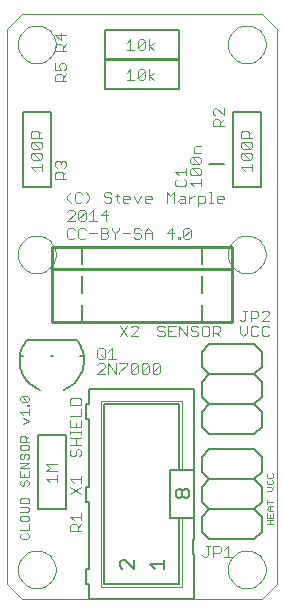
<source format=gto>
G75*
G70*
%OFA0B0*%
%FSLAX24Y24*%
%IPPOS*%
%LPD*%
%AMOC8*
5,1,8,0,0,1.08239X$1,22.5*
%
%ADD10C,0.0000*%
%ADD11C,0.0040*%
%ADD12C,0.0060*%
%ADD13C,0.0020*%
%ADD14C,0.0050*%
%ADD15C,0.0080*%
%ADD16C,0.0100*%
D10*
X001675Y001175D02*
X001175Y001675D01*
X001175Y020175D01*
X001675Y020675D01*
X009675Y020675D01*
X010175Y020175D01*
X010175Y001675D01*
X009675Y001175D01*
X001675Y001175D01*
X001545Y002175D02*
X001547Y002225D01*
X001553Y002275D01*
X001563Y002324D01*
X001577Y002372D01*
X001594Y002419D01*
X001615Y002464D01*
X001640Y002508D01*
X001668Y002549D01*
X001700Y002588D01*
X001734Y002625D01*
X001771Y002659D01*
X001811Y002689D01*
X001853Y002716D01*
X001897Y002740D01*
X001943Y002761D01*
X001990Y002777D01*
X002038Y002790D01*
X002088Y002799D01*
X002137Y002804D01*
X002188Y002805D01*
X002238Y002802D01*
X002287Y002795D01*
X002336Y002784D01*
X002384Y002769D01*
X002430Y002751D01*
X002475Y002729D01*
X002518Y002703D01*
X002559Y002674D01*
X002598Y002642D01*
X002634Y002607D01*
X002666Y002569D01*
X002696Y002529D01*
X002723Y002486D01*
X002746Y002442D01*
X002765Y002396D01*
X002781Y002348D01*
X002793Y002299D01*
X002801Y002250D01*
X002805Y002200D01*
X002805Y002150D01*
X002801Y002100D01*
X002793Y002051D01*
X002781Y002002D01*
X002765Y001954D01*
X002746Y001908D01*
X002723Y001864D01*
X002696Y001821D01*
X002666Y001781D01*
X002634Y001743D01*
X002598Y001708D01*
X002559Y001676D01*
X002518Y001647D01*
X002475Y001621D01*
X002430Y001599D01*
X002384Y001581D01*
X002336Y001566D01*
X002287Y001555D01*
X002238Y001548D01*
X002188Y001545D01*
X002137Y001546D01*
X002088Y001551D01*
X002038Y001560D01*
X001990Y001573D01*
X001943Y001589D01*
X001897Y001610D01*
X001853Y001634D01*
X001811Y001661D01*
X001771Y001691D01*
X001734Y001725D01*
X001700Y001762D01*
X001668Y001801D01*
X001640Y001842D01*
X001615Y001886D01*
X001594Y001931D01*
X001577Y001978D01*
X001563Y002026D01*
X001553Y002075D01*
X001547Y002125D01*
X001545Y002175D01*
X001545Y012675D02*
X001547Y012725D01*
X001553Y012775D01*
X001563Y012824D01*
X001577Y012872D01*
X001594Y012919D01*
X001615Y012964D01*
X001640Y013008D01*
X001668Y013049D01*
X001700Y013088D01*
X001734Y013125D01*
X001771Y013159D01*
X001811Y013189D01*
X001853Y013216D01*
X001897Y013240D01*
X001943Y013261D01*
X001990Y013277D01*
X002038Y013290D01*
X002088Y013299D01*
X002137Y013304D01*
X002188Y013305D01*
X002238Y013302D01*
X002287Y013295D01*
X002336Y013284D01*
X002384Y013269D01*
X002430Y013251D01*
X002475Y013229D01*
X002518Y013203D01*
X002559Y013174D01*
X002598Y013142D01*
X002634Y013107D01*
X002666Y013069D01*
X002696Y013029D01*
X002723Y012986D01*
X002746Y012942D01*
X002765Y012896D01*
X002781Y012848D01*
X002793Y012799D01*
X002801Y012750D01*
X002805Y012700D01*
X002805Y012650D01*
X002801Y012600D01*
X002793Y012551D01*
X002781Y012502D01*
X002765Y012454D01*
X002746Y012408D01*
X002723Y012364D01*
X002696Y012321D01*
X002666Y012281D01*
X002634Y012243D01*
X002598Y012208D01*
X002559Y012176D01*
X002518Y012147D01*
X002475Y012121D01*
X002430Y012099D01*
X002384Y012081D01*
X002336Y012066D01*
X002287Y012055D01*
X002238Y012048D01*
X002188Y012045D01*
X002137Y012046D01*
X002088Y012051D01*
X002038Y012060D01*
X001990Y012073D01*
X001943Y012089D01*
X001897Y012110D01*
X001853Y012134D01*
X001811Y012161D01*
X001771Y012191D01*
X001734Y012225D01*
X001700Y012262D01*
X001668Y012301D01*
X001640Y012342D01*
X001615Y012386D01*
X001594Y012431D01*
X001577Y012478D01*
X001563Y012526D01*
X001553Y012575D01*
X001547Y012625D01*
X001545Y012675D01*
X001545Y019675D02*
X001547Y019725D01*
X001553Y019775D01*
X001563Y019824D01*
X001577Y019872D01*
X001594Y019919D01*
X001615Y019964D01*
X001640Y020008D01*
X001668Y020049D01*
X001700Y020088D01*
X001734Y020125D01*
X001771Y020159D01*
X001811Y020189D01*
X001853Y020216D01*
X001897Y020240D01*
X001943Y020261D01*
X001990Y020277D01*
X002038Y020290D01*
X002088Y020299D01*
X002137Y020304D01*
X002188Y020305D01*
X002238Y020302D01*
X002287Y020295D01*
X002336Y020284D01*
X002384Y020269D01*
X002430Y020251D01*
X002475Y020229D01*
X002518Y020203D01*
X002559Y020174D01*
X002598Y020142D01*
X002634Y020107D01*
X002666Y020069D01*
X002696Y020029D01*
X002723Y019986D01*
X002746Y019942D01*
X002765Y019896D01*
X002781Y019848D01*
X002793Y019799D01*
X002801Y019750D01*
X002805Y019700D01*
X002805Y019650D01*
X002801Y019600D01*
X002793Y019551D01*
X002781Y019502D01*
X002765Y019454D01*
X002746Y019408D01*
X002723Y019364D01*
X002696Y019321D01*
X002666Y019281D01*
X002634Y019243D01*
X002598Y019208D01*
X002559Y019176D01*
X002518Y019147D01*
X002475Y019121D01*
X002430Y019099D01*
X002384Y019081D01*
X002336Y019066D01*
X002287Y019055D01*
X002238Y019048D01*
X002188Y019045D01*
X002137Y019046D01*
X002088Y019051D01*
X002038Y019060D01*
X001990Y019073D01*
X001943Y019089D01*
X001897Y019110D01*
X001853Y019134D01*
X001811Y019161D01*
X001771Y019191D01*
X001734Y019225D01*
X001700Y019262D01*
X001668Y019301D01*
X001640Y019342D01*
X001615Y019386D01*
X001594Y019431D01*
X001577Y019478D01*
X001563Y019526D01*
X001553Y019575D01*
X001547Y019625D01*
X001545Y019675D01*
X008545Y019675D02*
X008547Y019725D01*
X008553Y019775D01*
X008563Y019824D01*
X008577Y019872D01*
X008594Y019919D01*
X008615Y019964D01*
X008640Y020008D01*
X008668Y020049D01*
X008700Y020088D01*
X008734Y020125D01*
X008771Y020159D01*
X008811Y020189D01*
X008853Y020216D01*
X008897Y020240D01*
X008943Y020261D01*
X008990Y020277D01*
X009038Y020290D01*
X009088Y020299D01*
X009137Y020304D01*
X009188Y020305D01*
X009238Y020302D01*
X009287Y020295D01*
X009336Y020284D01*
X009384Y020269D01*
X009430Y020251D01*
X009475Y020229D01*
X009518Y020203D01*
X009559Y020174D01*
X009598Y020142D01*
X009634Y020107D01*
X009666Y020069D01*
X009696Y020029D01*
X009723Y019986D01*
X009746Y019942D01*
X009765Y019896D01*
X009781Y019848D01*
X009793Y019799D01*
X009801Y019750D01*
X009805Y019700D01*
X009805Y019650D01*
X009801Y019600D01*
X009793Y019551D01*
X009781Y019502D01*
X009765Y019454D01*
X009746Y019408D01*
X009723Y019364D01*
X009696Y019321D01*
X009666Y019281D01*
X009634Y019243D01*
X009598Y019208D01*
X009559Y019176D01*
X009518Y019147D01*
X009475Y019121D01*
X009430Y019099D01*
X009384Y019081D01*
X009336Y019066D01*
X009287Y019055D01*
X009238Y019048D01*
X009188Y019045D01*
X009137Y019046D01*
X009088Y019051D01*
X009038Y019060D01*
X008990Y019073D01*
X008943Y019089D01*
X008897Y019110D01*
X008853Y019134D01*
X008811Y019161D01*
X008771Y019191D01*
X008734Y019225D01*
X008700Y019262D01*
X008668Y019301D01*
X008640Y019342D01*
X008615Y019386D01*
X008594Y019431D01*
X008577Y019478D01*
X008563Y019526D01*
X008553Y019575D01*
X008547Y019625D01*
X008545Y019675D01*
X008545Y012675D02*
X008547Y012725D01*
X008553Y012775D01*
X008563Y012824D01*
X008577Y012872D01*
X008594Y012919D01*
X008615Y012964D01*
X008640Y013008D01*
X008668Y013049D01*
X008700Y013088D01*
X008734Y013125D01*
X008771Y013159D01*
X008811Y013189D01*
X008853Y013216D01*
X008897Y013240D01*
X008943Y013261D01*
X008990Y013277D01*
X009038Y013290D01*
X009088Y013299D01*
X009137Y013304D01*
X009188Y013305D01*
X009238Y013302D01*
X009287Y013295D01*
X009336Y013284D01*
X009384Y013269D01*
X009430Y013251D01*
X009475Y013229D01*
X009518Y013203D01*
X009559Y013174D01*
X009598Y013142D01*
X009634Y013107D01*
X009666Y013069D01*
X009696Y013029D01*
X009723Y012986D01*
X009746Y012942D01*
X009765Y012896D01*
X009781Y012848D01*
X009793Y012799D01*
X009801Y012750D01*
X009805Y012700D01*
X009805Y012650D01*
X009801Y012600D01*
X009793Y012551D01*
X009781Y012502D01*
X009765Y012454D01*
X009746Y012408D01*
X009723Y012364D01*
X009696Y012321D01*
X009666Y012281D01*
X009634Y012243D01*
X009598Y012208D01*
X009559Y012176D01*
X009518Y012147D01*
X009475Y012121D01*
X009430Y012099D01*
X009384Y012081D01*
X009336Y012066D01*
X009287Y012055D01*
X009238Y012048D01*
X009188Y012045D01*
X009137Y012046D01*
X009088Y012051D01*
X009038Y012060D01*
X008990Y012073D01*
X008943Y012089D01*
X008897Y012110D01*
X008853Y012134D01*
X008811Y012161D01*
X008771Y012191D01*
X008734Y012225D01*
X008700Y012262D01*
X008668Y012301D01*
X008640Y012342D01*
X008615Y012386D01*
X008594Y012431D01*
X008577Y012478D01*
X008563Y012526D01*
X008553Y012575D01*
X008547Y012625D01*
X008545Y012675D01*
X008545Y002175D02*
X008547Y002225D01*
X008553Y002275D01*
X008563Y002324D01*
X008577Y002372D01*
X008594Y002419D01*
X008615Y002464D01*
X008640Y002508D01*
X008668Y002549D01*
X008700Y002588D01*
X008734Y002625D01*
X008771Y002659D01*
X008811Y002689D01*
X008853Y002716D01*
X008897Y002740D01*
X008943Y002761D01*
X008990Y002777D01*
X009038Y002790D01*
X009088Y002799D01*
X009137Y002804D01*
X009188Y002805D01*
X009238Y002802D01*
X009287Y002795D01*
X009336Y002784D01*
X009384Y002769D01*
X009430Y002751D01*
X009475Y002729D01*
X009518Y002703D01*
X009559Y002674D01*
X009598Y002642D01*
X009634Y002607D01*
X009666Y002569D01*
X009696Y002529D01*
X009723Y002486D01*
X009746Y002442D01*
X009765Y002396D01*
X009781Y002348D01*
X009793Y002299D01*
X009801Y002250D01*
X009805Y002200D01*
X009805Y002150D01*
X009801Y002100D01*
X009793Y002051D01*
X009781Y002002D01*
X009765Y001954D01*
X009746Y001908D01*
X009723Y001864D01*
X009696Y001821D01*
X009666Y001781D01*
X009634Y001743D01*
X009598Y001708D01*
X009559Y001676D01*
X009518Y001647D01*
X009475Y001621D01*
X009430Y001599D01*
X009384Y001581D01*
X009336Y001566D01*
X009287Y001555D01*
X009238Y001548D01*
X009188Y001545D01*
X009137Y001546D01*
X009088Y001551D01*
X009038Y001560D01*
X008990Y001573D01*
X008943Y001589D01*
X008897Y001610D01*
X008853Y001634D01*
X008811Y001661D01*
X008771Y001691D01*
X008734Y001725D01*
X008700Y001762D01*
X008668Y001801D01*
X008640Y001842D01*
X008615Y001886D01*
X008594Y001931D01*
X008577Y001978D01*
X008563Y002026D01*
X008553Y002075D01*
X008547Y002125D01*
X008545Y002175D01*
D11*
X008552Y002595D02*
X008552Y002955D01*
X008432Y002835D01*
X008304Y002895D02*
X008304Y002775D01*
X008243Y002715D01*
X008063Y002715D01*
X008063Y002595D02*
X008063Y002955D01*
X008243Y002955D01*
X008304Y002895D01*
X008432Y002595D02*
X008672Y002595D01*
X007875Y002655D02*
X007875Y002955D01*
X007815Y002955D02*
X007935Y002955D01*
X007875Y002655D02*
X007815Y002595D01*
X007755Y002595D01*
X007695Y002655D01*
X006217Y008695D02*
X006097Y008695D01*
X006037Y008755D01*
X006277Y008995D01*
X006277Y008755D01*
X006217Y008695D01*
X006037Y008755D02*
X006037Y008995D01*
X006097Y009055D01*
X006217Y009055D01*
X006277Y008995D01*
X005908Y008995D02*
X005908Y008755D01*
X005848Y008695D01*
X005728Y008695D01*
X005668Y008755D01*
X005908Y008995D01*
X005848Y009055D01*
X005728Y009055D01*
X005668Y008995D01*
X005668Y008755D01*
X005540Y008755D02*
X005480Y008695D01*
X005360Y008695D01*
X005300Y008755D01*
X005540Y008995D01*
X005540Y008755D01*
X005540Y008995D02*
X005480Y009055D01*
X005360Y009055D01*
X005300Y008995D01*
X005300Y008755D01*
X005172Y008995D02*
X004932Y008755D01*
X004932Y008695D01*
X004804Y008695D02*
X004804Y009055D01*
X004932Y009055D02*
X005172Y009055D01*
X005172Y008995D01*
X004804Y009195D02*
X004563Y009195D01*
X004683Y009195D02*
X004683Y009555D01*
X004563Y009435D01*
X004435Y009495D02*
X004435Y009255D01*
X004375Y009195D01*
X004255Y009195D01*
X004195Y009255D01*
X004195Y009495D01*
X004255Y009555D01*
X004375Y009555D01*
X004435Y009495D01*
X004315Y009315D02*
X004435Y009195D01*
X004375Y009055D02*
X004255Y009055D01*
X004195Y008995D01*
X004375Y009055D02*
X004435Y008995D01*
X004435Y008935D01*
X004195Y008695D01*
X004435Y008695D01*
X004563Y008695D02*
X004563Y009055D01*
X004804Y008695D01*
X004945Y009945D02*
X005185Y010305D01*
X005313Y010245D02*
X005373Y010305D01*
X005493Y010305D01*
X005554Y010245D01*
X005554Y010185D01*
X005313Y009945D01*
X005554Y009945D01*
X005185Y009945D02*
X004945Y010305D01*
X006195Y010245D02*
X006195Y010185D01*
X006255Y010125D01*
X006375Y010125D01*
X006435Y010065D01*
X006435Y010005D01*
X006375Y009945D01*
X006255Y009945D01*
X006195Y010005D01*
X006195Y010245D02*
X006255Y010305D01*
X006375Y010305D01*
X006435Y010245D01*
X006563Y010305D02*
X006563Y009945D01*
X006804Y009945D01*
X006683Y010125D02*
X006563Y010125D01*
X006563Y010305D02*
X006804Y010305D01*
X006932Y010305D02*
X006932Y009945D01*
X007172Y009945D02*
X006932Y010305D01*
X007172Y010305D02*
X007172Y009945D01*
X007300Y010005D02*
X007360Y009945D01*
X007480Y009945D01*
X007540Y010005D01*
X007540Y010065D01*
X007480Y010125D01*
X007360Y010125D01*
X007300Y010185D01*
X007300Y010245D01*
X007360Y010305D01*
X007480Y010305D01*
X007540Y010245D01*
X007668Y010245D02*
X007668Y010005D01*
X007728Y009945D01*
X007848Y009945D01*
X007908Y010005D01*
X007908Y010245D01*
X007848Y010305D01*
X007728Y010305D01*
X007668Y010245D01*
X008037Y010305D02*
X008037Y009945D01*
X008037Y010065D02*
X008217Y010065D01*
X008277Y010125D01*
X008277Y010245D01*
X008217Y010305D01*
X008037Y010305D01*
X008157Y010065D02*
X008277Y009945D01*
X008945Y010065D02*
X009065Y009945D01*
X009185Y010065D01*
X009185Y010305D01*
X009065Y010445D02*
X009125Y010505D01*
X009125Y010805D01*
X009065Y010805D02*
X009185Y010805D01*
X009313Y010805D02*
X009313Y010445D01*
X009313Y010565D02*
X009493Y010565D01*
X009554Y010625D01*
X009554Y010745D01*
X009493Y010805D01*
X009313Y010805D01*
X009373Y010305D02*
X009313Y010245D01*
X009313Y010005D01*
X009373Y009945D01*
X009493Y009945D01*
X009554Y010005D01*
X009682Y010005D02*
X009682Y010245D01*
X009742Y010305D01*
X009862Y010305D01*
X009922Y010245D01*
X009922Y010445D02*
X009682Y010445D01*
X009922Y010685D01*
X009922Y010745D01*
X009862Y010805D01*
X009742Y010805D01*
X009682Y010745D01*
X009493Y010305D02*
X009373Y010305D01*
X009493Y010305D02*
X009554Y010245D01*
X009682Y010005D02*
X009742Y009945D01*
X009862Y009945D01*
X009922Y010005D01*
X009065Y010445D02*
X009005Y010445D01*
X008945Y010505D01*
X008945Y010305D02*
X008945Y010065D01*
X007242Y013195D02*
X007303Y013255D01*
X007303Y013495D01*
X007062Y013255D01*
X007122Y013195D01*
X007242Y013195D01*
X007062Y013255D02*
X007062Y013495D01*
X007122Y013555D01*
X007242Y013555D01*
X007303Y013495D01*
X006938Y013255D02*
X006938Y013195D01*
X006878Y013195D01*
X006878Y013255D01*
X006938Y013255D01*
X006750Y013375D02*
X006510Y013375D01*
X006690Y013555D01*
X006690Y013195D01*
X006750Y014395D02*
X006750Y014755D01*
X006630Y014635D01*
X006510Y014755D01*
X006510Y014395D01*
X006878Y014455D02*
X006938Y014515D01*
X007118Y014515D01*
X007118Y014575D02*
X007118Y014395D01*
X006938Y014395D01*
X006878Y014455D01*
X006938Y014635D02*
X007058Y014635D01*
X007118Y014575D01*
X007246Y014515D02*
X007367Y014635D01*
X007427Y014635D01*
X007553Y014635D02*
X007553Y014275D01*
X007553Y014395D02*
X007734Y014395D01*
X007794Y014455D01*
X007794Y014575D01*
X007734Y014635D01*
X007553Y014635D01*
X007655Y014945D02*
X007655Y015185D01*
X007655Y015065D02*
X007295Y015065D01*
X007415Y014945D01*
X007155Y015005D02*
X007155Y015125D01*
X007095Y015185D01*
X007155Y015313D02*
X007155Y015554D01*
X007155Y015433D02*
X006795Y015433D01*
X006915Y015313D01*
X006855Y015185D02*
X006795Y015125D01*
X006795Y015005D01*
X006855Y014945D01*
X007095Y014945D01*
X007155Y015005D01*
X007355Y015313D02*
X007295Y015373D01*
X007295Y015493D01*
X007355Y015554D01*
X007595Y015313D01*
X007655Y015373D01*
X007655Y015493D01*
X007595Y015554D01*
X007355Y015554D01*
X007355Y015682D02*
X007295Y015742D01*
X007295Y015862D01*
X007355Y015922D01*
X007595Y015682D01*
X007655Y015742D01*
X007655Y015862D01*
X007595Y015922D01*
X007355Y015922D01*
X007415Y016050D02*
X007415Y016230D01*
X007475Y016290D01*
X007655Y016290D01*
X007655Y016050D02*
X007415Y016050D01*
X007355Y015682D02*
X007595Y015682D01*
X007595Y015313D02*
X007355Y015313D01*
X007246Y014635D02*
X007246Y014395D01*
X007922Y014395D02*
X008042Y014395D01*
X007982Y014395D02*
X007982Y014755D01*
X007922Y014755D01*
X008167Y014575D02*
X008227Y014635D01*
X008347Y014635D01*
X008407Y014575D01*
X008407Y014515D01*
X008167Y014515D01*
X008167Y014455D02*
X008167Y014575D01*
X008167Y014455D02*
X008227Y014395D01*
X008347Y014395D01*
X009115Y015458D02*
X008995Y015578D01*
X009355Y015578D01*
X009355Y015458D02*
X009355Y015699D01*
X009295Y015827D02*
X009055Y016067D01*
X009295Y016067D01*
X009355Y016007D01*
X009355Y015887D01*
X009295Y015827D01*
X009055Y015827D01*
X008995Y015887D01*
X008995Y016007D01*
X009055Y016067D01*
X009055Y016195D02*
X008995Y016255D01*
X008995Y016375D01*
X009055Y016435D01*
X009295Y016195D01*
X009355Y016255D01*
X009355Y016375D01*
X009295Y016435D01*
X009055Y016435D01*
X008995Y016563D02*
X008995Y016743D01*
X009055Y016804D01*
X009175Y016804D01*
X009235Y016743D01*
X009235Y016563D01*
X009355Y016563D02*
X008995Y016563D01*
X009055Y016195D02*
X009295Y016195D01*
X009235Y016683D02*
X009355Y016804D01*
X008405Y016945D02*
X008045Y016945D01*
X008045Y017125D01*
X008105Y017185D01*
X008225Y017185D01*
X008285Y017125D01*
X008285Y016945D01*
X008285Y017065D02*
X008405Y017185D01*
X008405Y017313D02*
X008165Y017554D01*
X008105Y017554D01*
X008045Y017493D01*
X008045Y017373D01*
X008105Y017313D01*
X008405Y017313D02*
X008405Y017554D01*
X006090Y018495D02*
X005910Y018615D01*
X006090Y018735D01*
X005910Y018855D02*
X005910Y018495D01*
X005782Y018555D02*
X005782Y018795D01*
X005542Y018555D01*
X005602Y018495D01*
X005722Y018495D01*
X005782Y018555D01*
X005782Y018795D02*
X005722Y018855D01*
X005602Y018855D01*
X005542Y018795D01*
X005542Y018555D01*
X005413Y018495D02*
X005173Y018495D01*
X005293Y018495D02*
X005293Y018855D01*
X005173Y018735D01*
X005173Y019495D02*
X005413Y019495D01*
X005293Y019495D02*
X005293Y019855D01*
X005173Y019735D01*
X005542Y019795D02*
X005542Y019555D01*
X005782Y019795D01*
X005782Y019555D01*
X005722Y019495D01*
X005602Y019495D01*
X005542Y019555D01*
X005542Y019795D02*
X005602Y019855D01*
X005722Y019855D01*
X005782Y019795D01*
X005910Y019855D02*
X005910Y019495D01*
X005910Y019615D02*
X006090Y019735D01*
X005910Y019615D02*
X006090Y019495D01*
X004851Y014695D02*
X004851Y014455D01*
X004911Y014395D01*
X005037Y014455D02*
X005037Y014575D01*
X005097Y014635D01*
X005217Y014635D01*
X005277Y014575D01*
X005277Y014515D01*
X005037Y014515D01*
X005037Y014455D02*
X005097Y014395D01*
X005217Y014395D01*
X005405Y014635D02*
X005525Y014395D01*
X005645Y014635D01*
X005773Y014575D02*
X005833Y014635D01*
X005953Y014635D01*
X006013Y014575D01*
X006013Y014515D01*
X005773Y014515D01*
X005773Y014455D02*
X005773Y014575D01*
X005773Y014455D02*
X005833Y014395D01*
X005953Y014395D01*
X005893Y013555D02*
X006013Y013435D01*
X006013Y013195D01*
X006013Y013375D02*
X005773Y013375D01*
X005773Y013435D02*
X005893Y013555D01*
X005773Y013435D02*
X005773Y013195D01*
X005645Y013255D02*
X005585Y013195D01*
X005465Y013195D01*
X005405Y013255D01*
X005465Y013375D02*
X005405Y013435D01*
X005405Y013495D01*
X005465Y013555D01*
X005585Y013555D01*
X005645Y013495D01*
X005585Y013375D02*
X005645Y013315D01*
X005645Y013255D01*
X005585Y013375D02*
X005465Y013375D01*
X005277Y013375D02*
X005037Y013375D01*
X004908Y013495D02*
X004908Y013555D01*
X004908Y013495D02*
X004788Y013375D01*
X004788Y013195D01*
X004788Y013375D02*
X004668Y013495D01*
X004668Y013555D01*
X004540Y013495D02*
X004540Y013435D01*
X004480Y013375D01*
X004300Y013375D01*
X004172Y013375D02*
X003932Y013375D01*
X003804Y013255D02*
X003743Y013195D01*
X003623Y013195D01*
X003563Y013255D01*
X003563Y013495D01*
X003623Y013555D01*
X003743Y013555D01*
X003804Y013495D01*
X003743Y013795D02*
X003623Y013795D01*
X003563Y013855D01*
X003804Y014095D01*
X003804Y013855D01*
X003743Y013795D01*
X003563Y013855D02*
X003563Y014095D01*
X003623Y014155D01*
X003743Y014155D01*
X003804Y014095D01*
X003932Y014035D02*
X004052Y014155D01*
X004052Y013795D01*
X003932Y013795D02*
X004172Y013795D01*
X004300Y013975D02*
X004540Y013975D01*
X004480Y013795D02*
X004480Y014155D01*
X004300Y013975D01*
X004300Y013555D02*
X004480Y013555D01*
X004540Y013495D01*
X004480Y013375D02*
X004540Y013315D01*
X004540Y013255D01*
X004480Y013195D01*
X004300Y013195D01*
X004300Y013555D01*
X004483Y014395D02*
X004423Y014455D01*
X004483Y014395D02*
X004603Y014395D01*
X004663Y014455D01*
X004663Y014515D01*
X004603Y014575D01*
X004483Y014575D01*
X004423Y014635D01*
X004423Y014695D01*
X004483Y014755D01*
X004603Y014755D01*
X004663Y014695D01*
X004791Y014635D02*
X004911Y014635D01*
X003929Y014635D02*
X003809Y014755D01*
X003681Y014695D02*
X003621Y014755D01*
X003501Y014755D01*
X003441Y014695D01*
X003441Y014455D01*
X003501Y014395D01*
X003621Y014395D01*
X003681Y014455D01*
X003809Y014395D02*
X003929Y014515D01*
X003929Y014635D01*
X003435Y014095D02*
X003375Y014155D01*
X003255Y014155D01*
X003195Y014095D01*
X003435Y014035D02*
X003195Y013795D01*
X003435Y013795D01*
X003435Y014035D02*
X003435Y014095D01*
X003315Y014395D02*
X003195Y014515D01*
X003195Y014635D01*
X003315Y014755D01*
X003155Y015195D02*
X002795Y015195D01*
X002795Y015375D01*
X002855Y015435D01*
X002975Y015435D01*
X003035Y015375D01*
X003035Y015195D01*
X003035Y015315D02*
X003155Y015435D01*
X003095Y015563D02*
X003155Y015623D01*
X003155Y015743D01*
X003095Y015804D01*
X003035Y015804D01*
X002975Y015743D01*
X002975Y015683D01*
X002975Y015743D02*
X002915Y015804D01*
X002855Y015804D01*
X002795Y015743D01*
X002795Y015623D01*
X002855Y015563D01*
X002355Y015578D02*
X001995Y015578D01*
X002115Y015458D01*
X002355Y015458D02*
X002355Y015699D01*
X002295Y015827D02*
X002055Y016067D01*
X002295Y016067D01*
X002355Y016007D01*
X002355Y015887D01*
X002295Y015827D01*
X002055Y015827D01*
X001995Y015887D01*
X001995Y016007D01*
X002055Y016067D01*
X002055Y016195D02*
X001995Y016255D01*
X001995Y016375D01*
X002055Y016435D01*
X002295Y016195D01*
X002355Y016255D01*
X002355Y016375D01*
X002295Y016435D01*
X002055Y016435D01*
X001995Y016563D02*
X001995Y016743D01*
X002055Y016804D01*
X002175Y016804D01*
X002235Y016743D01*
X002235Y016563D01*
X002355Y016563D02*
X001995Y016563D01*
X002055Y016195D02*
X002295Y016195D01*
X002235Y016683D02*
X002355Y016804D01*
X002795Y018445D02*
X002795Y018625D01*
X002855Y018685D01*
X002975Y018685D01*
X003035Y018625D01*
X003035Y018445D01*
X003155Y018445D02*
X002795Y018445D01*
X003035Y018565D02*
X003155Y018685D01*
X003095Y018813D02*
X003155Y018873D01*
X003155Y018993D01*
X003095Y019054D01*
X002975Y019054D01*
X002915Y018993D01*
X002915Y018933D01*
X002975Y018813D01*
X002795Y018813D01*
X002795Y019054D01*
X002795Y019445D02*
X002795Y019625D01*
X002855Y019685D01*
X002975Y019685D01*
X003035Y019625D01*
X003035Y019445D01*
X003155Y019445D02*
X002795Y019445D01*
X003035Y019565D02*
X003155Y019685D01*
X002975Y019813D02*
X002975Y020054D01*
X003155Y019993D02*
X002795Y019993D01*
X002975Y019813D01*
X003255Y013555D02*
X003195Y013495D01*
X003195Y013255D01*
X003255Y013195D01*
X003375Y013195D01*
X003435Y013255D01*
X003435Y013495D02*
X003375Y013555D01*
X003255Y013555D01*
X003355Y007904D02*
X003295Y007844D01*
X003295Y007664D01*
X003655Y007664D01*
X003655Y007844D01*
X003595Y007904D01*
X003355Y007904D01*
X003655Y007536D02*
X003655Y007295D01*
X003295Y007295D01*
X003295Y007167D02*
X003295Y006927D01*
X003655Y006927D01*
X003655Y007167D01*
X003655Y006802D02*
X003655Y006682D01*
X003655Y006742D02*
X003295Y006742D01*
X003295Y006682D02*
X003295Y006802D01*
X003475Y006927D02*
X003475Y007047D01*
X003475Y006554D02*
X003475Y006313D01*
X003535Y006185D02*
X003475Y006125D01*
X003475Y006005D01*
X003415Y005945D01*
X003355Y005945D01*
X003295Y006005D01*
X003295Y006125D01*
X003355Y006185D01*
X003295Y006313D02*
X003655Y006313D01*
X003595Y006185D02*
X003655Y006125D01*
X003655Y006005D01*
X003595Y005945D01*
X003595Y006185D02*
X003535Y006185D01*
X003655Y006554D02*
X003295Y006554D01*
X002855Y005685D02*
X002495Y005685D01*
X002615Y005565D01*
X002495Y005445D01*
X002855Y005445D01*
X002855Y005317D02*
X002855Y005077D01*
X002855Y005197D02*
X002495Y005197D01*
X002615Y005077D01*
X003295Y005183D02*
X003655Y005183D01*
X003655Y005063D02*
X003655Y005304D01*
X003415Y005063D02*
X003295Y005183D01*
X003295Y004935D02*
X003655Y004695D01*
X003655Y004935D02*
X003295Y004695D01*
X003655Y004054D02*
X003655Y003813D01*
X003655Y003933D02*
X003295Y003933D01*
X003415Y003813D01*
X003355Y003685D02*
X003475Y003685D01*
X003535Y003625D01*
X003535Y003445D01*
X003655Y003445D02*
X003295Y003445D01*
X003295Y003625D01*
X003355Y003685D01*
X003535Y003565D02*
X003655Y003685D01*
X001905Y003676D02*
X001905Y003490D01*
X001625Y003490D01*
X001671Y003382D02*
X001625Y003335D01*
X001625Y003242D01*
X001671Y003195D01*
X001858Y003195D01*
X001905Y003242D01*
X001905Y003335D01*
X001858Y003382D01*
X001858Y003784D02*
X001671Y003784D01*
X001625Y003831D01*
X001625Y003924D01*
X001671Y003971D01*
X001858Y003971D01*
X001905Y003924D01*
X001905Y003831D01*
X001858Y003784D01*
X001858Y004079D02*
X001905Y004126D01*
X001905Y004219D01*
X001858Y004266D01*
X001625Y004266D01*
X001625Y004374D02*
X001625Y004514D01*
X001671Y004560D01*
X001858Y004560D01*
X001905Y004514D01*
X001905Y004374D01*
X001625Y004374D01*
X001625Y004079D02*
X001858Y004079D01*
X001858Y004963D02*
X001905Y005010D01*
X001905Y005103D01*
X001858Y005150D01*
X001812Y005150D01*
X001765Y005103D01*
X001765Y005010D01*
X001718Y004963D01*
X001671Y004963D01*
X001625Y005010D01*
X001625Y005103D01*
X001671Y005150D01*
X001625Y005258D02*
X001905Y005258D01*
X001905Y005444D01*
X001905Y005552D02*
X001625Y005552D01*
X001905Y005739D01*
X001625Y005739D01*
X001671Y005847D02*
X001718Y005847D01*
X001765Y005894D01*
X001765Y005987D01*
X001812Y006034D01*
X001858Y006034D01*
X001905Y005987D01*
X001905Y005894D01*
X001858Y005847D01*
X001671Y005847D02*
X001625Y005894D01*
X001625Y005987D01*
X001671Y006034D01*
X001671Y006142D02*
X001858Y006142D01*
X001905Y006188D01*
X001905Y006282D01*
X001858Y006328D01*
X001671Y006328D01*
X001625Y006282D01*
X001625Y006188D01*
X001671Y006142D01*
X001625Y006436D02*
X001625Y006576D01*
X001671Y006623D01*
X001765Y006623D01*
X001812Y006576D01*
X001812Y006436D01*
X001905Y006436D02*
X001625Y006436D01*
X001812Y006530D02*
X001905Y006623D01*
X001718Y007025D02*
X001905Y007119D01*
X001718Y007212D01*
X001718Y007320D02*
X001625Y007414D01*
X001905Y007414D01*
X001905Y007507D02*
X001905Y007320D01*
X001905Y007615D02*
X001905Y007661D01*
X001858Y007661D01*
X001858Y007615D01*
X001905Y007615D01*
X001858Y007762D02*
X001671Y007949D01*
X001858Y007949D01*
X001905Y007902D01*
X001905Y007809D01*
X001858Y007762D01*
X001671Y007762D01*
X001625Y007809D01*
X001625Y007902D01*
X001671Y007949D01*
X001625Y005444D02*
X001625Y005258D01*
X001765Y005258D02*
X001765Y005351D01*
D12*
X003825Y004925D02*
X003825Y004425D01*
X003925Y004425D01*
X003925Y002175D01*
X003825Y002175D01*
X003825Y001675D01*
X003925Y001675D01*
X003925Y001175D01*
X007425Y001175D01*
X007425Y002675D01*
X007375Y002675D01*
X007375Y003175D01*
X007425Y003175D01*
X007425Y003875D01*
X007025Y003875D01*
X006925Y003875D01*
X006925Y001675D01*
X004425Y001675D01*
X004425Y007675D01*
X006925Y007675D01*
X006925Y005475D01*
X007025Y005475D01*
X007425Y005475D01*
X007425Y003875D01*
X007675Y003925D02*
X007675Y003425D01*
X007925Y003175D01*
X009425Y003175D01*
X009675Y003425D01*
X009675Y003925D01*
X009425Y004175D01*
X007925Y004175D01*
X007675Y003925D01*
X007925Y004175D02*
X007675Y004425D01*
X007675Y004925D01*
X007925Y005175D01*
X009425Y005175D01*
X009675Y004925D01*
X009675Y004425D01*
X009425Y004175D01*
X009425Y005175D02*
X009675Y005425D01*
X009675Y005925D01*
X009425Y006175D01*
X007925Y006175D01*
X007675Y005925D01*
X007675Y005425D01*
X007925Y005175D01*
X007425Y005475D02*
X007425Y008175D01*
X003925Y008175D01*
X003925Y007675D01*
X003825Y007675D01*
X003825Y007175D01*
X003925Y007175D01*
X003925Y004925D01*
X003825Y004925D01*
X006625Y005475D02*
X006625Y003875D01*
X006925Y003875D01*
X006925Y005475D02*
X006625Y005475D01*
X007925Y006675D02*
X007675Y006925D01*
X007675Y007425D01*
X007925Y007675D01*
X009425Y007675D01*
X009675Y007925D01*
X009675Y008425D01*
X009425Y008675D01*
X009675Y008925D01*
X009675Y009425D01*
X009425Y009675D01*
X007925Y009675D01*
X007675Y009425D01*
X007675Y008925D01*
X007925Y008675D01*
X009425Y008675D01*
X009425Y007675D02*
X009675Y007425D01*
X009675Y006925D01*
X009425Y006675D01*
X007925Y006675D01*
X007925Y007675D02*
X007675Y007925D01*
X007675Y008425D01*
X007925Y008675D01*
X007675Y010425D02*
X007675Y010996D01*
X007675Y011390D02*
X007675Y011960D01*
X007675Y012354D02*
X007675Y012925D01*
X003675Y012925D02*
X003675Y012354D01*
X003675Y011960D02*
X003675Y011390D01*
X003675Y010996D02*
X003675Y010425D01*
D13*
X004325Y007775D02*
X004325Y001575D01*
X007025Y001575D01*
X007025Y003875D01*
X007025Y005475D02*
X007025Y007775D01*
X004325Y007775D01*
X009845Y005342D02*
X009845Y005269D01*
X009882Y005232D01*
X010028Y005232D01*
X010065Y005269D01*
X010065Y005342D01*
X010028Y005379D01*
X009882Y005379D02*
X009845Y005342D01*
X009882Y005158D02*
X009845Y005121D01*
X009845Y005048D01*
X009882Y005011D01*
X010028Y005011D01*
X010065Y005048D01*
X010065Y005121D01*
X010028Y005158D01*
X009992Y004937D02*
X009845Y004937D01*
X009845Y004790D02*
X009992Y004790D01*
X010065Y004863D01*
X009992Y004937D01*
X009845Y004495D02*
X009845Y004348D01*
X009845Y004421D02*
X010065Y004421D01*
X010065Y004274D02*
X009918Y004274D01*
X009845Y004200D01*
X009918Y004127D01*
X010065Y004127D01*
X010065Y004053D02*
X010065Y003906D01*
X009845Y003906D01*
X009845Y004053D01*
X009955Y003979D02*
X009955Y003906D01*
X009955Y003832D02*
X009955Y003685D01*
X010065Y003685D02*
X009845Y003685D01*
X009845Y003832D02*
X010065Y003832D01*
X009955Y004127D02*
X009955Y004274D01*
D14*
X007250Y004625D02*
X007175Y004550D01*
X007100Y004550D01*
X007025Y004625D01*
X007025Y004775D01*
X007100Y004850D01*
X007175Y004850D01*
X007250Y004775D01*
X007250Y004625D01*
X007025Y004625D02*
X006950Y004550D01*
X006875Y004550D01*
X006800Y004625D01*
X006800Y004775D01*
X006875Y004850D01*
X006950Y004850D01*
X007025Y004775D01*
X006400Y002500D02*
X006400Y002200D01*
X006400Y002350D02*
X005950Y002350D01*
X006100Y002200D01*
X005400Y002200D02*
X005100Y002500D01*
X005025Y002500D01*
X004950Y002425D01*
X004950Y002275D01*
X005025Y002200D01*
X005400Y002200D02*
X005400Y002500D01*
D15*
X003147Y004185D02*
X003147Y006665D01*
X002203Y006665D01*
X002203Y004185D01*
X003147Y004185D01*
X003075Y008172D02*
X003132Y008195D01*
X003189Y008222D01*
X003243Y008253D01*
X003296Y008287D01*
X003346Y008323D01*
X003395Y008363D01*
X003440Y008406D01*
X003484Y008451D01*
X003524Y008499D01*
X003561Y008549D01*
X003596Y008601D01*
X003627Y008655D01*
X003655Y008711D01*
X003679Y008769D01*
X003700Y008828D01*
X003717Y008888D01*
X003731Y008949D01*
X003741Y009010D01*
X003747Y009073D01*
X003750Y009135D01*
X003749Y009198D01*
X003744Y009260D01*
X003735Y009322D01*
X003723Y009383D01*
X003707Y009444D01*
X003687Y009503D01*
X003664Y009561D01*
X003638Y009618D01*
X003608Y009672D01*
X003575Y009725D01*
X003538Y009776D01*
X003499Y009825D01*
X003500Y009825D02*
X001850Y009825D01*
X001725Y009275D02*
X001630Y009275D01*
X002635Y009275D02*
X002715Y009275D01*
X001851Y009825D02*
X001812Y009776D01*
X001775Y009725D01*
X001742Y009672D01*
X001712Y009618D01*
X001686Y009561D01*
X001663Y009503D01*
X001643Y009444D01*
X001627Y009383D01*
X001615Y009322D01*
X001606Y009260D01*
X001601Y009198D01*
X001600Y009135D01*
X001603Y009073D01*
X001609Y009010D01*
X001619Y008949D01*
X001633Y008888D01*
X001650Y008828D01*
X001671Y008769D01*
X001695Y008711D01*
X001723Y008655D01*
X001754Y008601D01*
X001789Y008549D01*
X001826Y008499D01*
X001866Y008451D01*
X001910Y008406D01*
X001955Y008363D01*
X002004Y008323D01*
X002054Y008287D01*
X002107Y008253D01*
X002161Y008222D01*
X002218Y008195D01*
X002275Y008172D01*
X003625Y009275D02*
X003720Y009275D01*
X002647Y014935D02*
X001703Y014935D01*
X001703Y017415D01*
X002647Y017415D01*
X002647Y014935D01*
X004435Y018203D02*
X006915Y018203D01*
X006915Y019147D01*
X004435Y019147D01*
X004435Y018203D01*
X004435Y019203D02*
X006915Y019203D01*
X006915Y020147D01*
X004435Y020147D01*
X004435Y019203D01*
X007925Y015675D02*
X008425Y015675D01*
X008703Y014935D02*
X008703Y017415D01*
X009647Y017415D01*
X009647Y014935D01*
X008703Y014935D01*
D16*
X008675Y012925D02*
X008675Y012175D01*
X002675Y012175D01*
X002675Y012925D01*
X008675Y012925D01*
X008675Y012175D02*
X008675Y010425D01*
X002675Y010425D01*
X002675Y012175D01*
M02*

</source>
